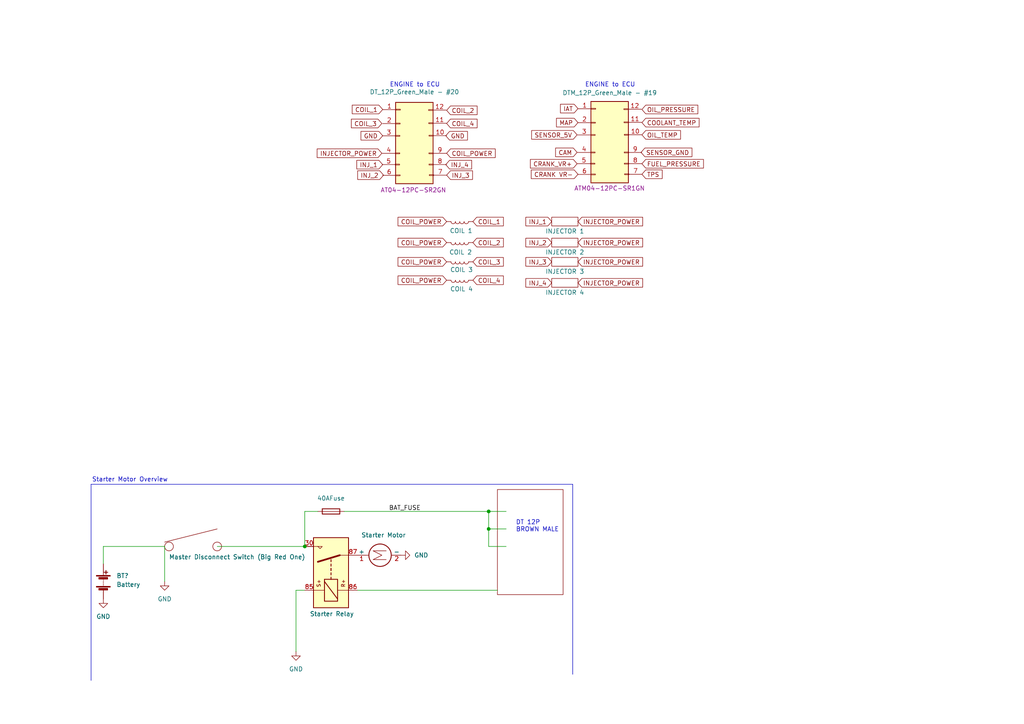
<source format=kicad_sch>
(kicad_sch (version 20230121) (generator eeschema)
  (paper "A4")
  (lib_symbols
    (symbol "Device:Battery" (pin_numbers hide) (pin_names (offset 0) hide)
      (property "Reference" "BT" (at 2.54 2.54 0))
      (property "Value" "Battery" (at 2.54 0 0))
      (symbol "Battery_0_1"
        (rectangle (start -2.032 -1.397) (end 2.032 -1.651) (fill (type outline)))
        (rectangle (start -2.032 1.778) (end 2.032 1.524) (fill (type outline)))
        (rectangle (start -1.3208 -1.9812) (end 1.27 -2.4892) (fill (type outline)))
        (rectangle (start -1.3208 1.1938) (end 1.27 0.6858) (fill (type outline)))
        (polyline (pts (xy 0 -1.524) (xy 0 -1.27)))
        (polyline (pts (xy 0 -1.016) (xy 0 -0.762)))
        (polyline (pts (xy 0 -0.508) (xy 0 -0.254)))
        (polyline (pts (xy 0 0) (xy 0 0.254)))
        (polyline (pts (xy 0 0.508) (xy 0 0.762)))
        (polyline (pts (xy 0 1.778) (xy 0 2.54)))
        (polyline (pts (xy 0.254 2.667) (xy 1.27 2.667)) (stroke (width 0.254)))
        (polyline (pts (xy 0.762 3.175) (xy 0.762 2.159)) (stroke (width 0.254)))
      )
      (symbol "Battery_1_1"
        (pin passive line (at 0 5.08 270) (length 2.54) (name "+") (number "1"))
        (pin passive line (at 0 -5.08 90) (length 2.54) (name "-") (number "2"))
      )
    )
    (symbol "Device:Fuse" (pin_numbers hide) (pin_names (offset 0))
      (property "Reference" "F" (at 2.032 0 90))
      (property "Value" "Fuse" (at -1.905 0 90))
      (symbol "Fuse_0_1"
        (rectangle (start -0.762 -2.54) (end 0.762 2.54) (stroke (width 0.254)))
        (polyline (pts (xy 0 2.54) (xy 0 -2.54)))
      )
      (symbol "Fuse_1_1"
        (pin passive line (at 0 3.81 270) (length 1.27) (name "~") (number "1"))
        (pin passive line (at 0 -3.81 90) (length 1.27) (name "~") (number "2"))
      )
    )
    (symbol "Device:L" (pin_numbers hide) (pin_names (offset 1.016) hide)
      (property "Reference" "L" (at -1.27 0 90))
      (property "Value" "L" (at 1.905 0 90))
      (symbol "L_0_1"
        (arc (start 0 -2.54) (mid 0.6323 -1.905) (end 0 -1.27))
        (arc (start 0 -1.27) (mid 0.6323 -0.635) (end 0 0))
        (arc (start 0 0) (mid 0.6323 0.635) (end 0 1.27))
        (arc (start 0 1.27) (mid 0.6323 1.905) (end 0 2.54))
      )
      (symbol "L_1_1"
        (pin passive line (at 0 3.81 270) (length 1.27) (name "1") (number "1"))
        (pin passive line (at 0 -3.81 90) (length 1.27) (name "2") (number "2"))
      )
    )
    (symbol "Injector_1"
      (property "Reference" "U" (at 0 2.54 0))
      (property "Value" "Injector_1" (at 0 -2.54 0))
      (symbol "Injector_1_0_1"
        (rectangle (start -3.81 1.27) (end 3.81 -1.27))
      )
      (symbol "Injector_1_1_1"
        (pin input line (at -3.81 0 180) (length 0) (name "") (number ""))
        (pin input line (at 3.81 0 0) (length 0) (name "") (number ""))
      )
    )
    (symbol "Motor:Motor_DC" (pin_names (offset 0))
      (property "Reference" "M" (at 2.54 2.54 0))
      (property "Value" "Motor_DC" (at 2.54 -5.08 0))
      (symbol "Motor_DC_0_0"
        (polyline (pts (xy -1.27 -3.302) (xy -1.27 0.508) (xy 0 -2.032) (xy 1.27 0.508) (xy 1.27 -3.302)))
      )
      (symbol "Motor_DC_0_1"
        (circle (center 0 -1.524) (radius 3.2512) (stroke (width 0.254)))
        (polyline (pts (xy 0 -7.62) (xy 0 -7.112)))
        (polyline (pts (xy 0 -4.7752) (xy 0 -5.1816)))
        (polyline (pts (xy 0 1.7272) (xy 0 2.0828)))
        (polyline (pts (xy 0 2.032) (xy 0 2.54)))
      )
      (symbol "Motor_DC_1_1"
        (pin passive line (at 0 5.08 270) (length 2.54) (name "+") (number "1"))
        (pin passive line (at 0 -7.62 90) (length 2.54) (name "-") (number "2"))
      )
    )
    (symbol "SCR23 Library:DT_12_Pin" (pin_names hide)
      (property "Reference" "U" (at 0 14.1224 0))
      (property "Value" "DT_12_Pin" (at 0.0508 -12.7 0))
      (symbol "DT_12_Pin_1_1"
        (rectangle (start -5.2578 -5.4356) (end -3.9878 -5.6896) (stroke (width 0.1524)))
        (rectangle (start -5.207 -2.1844) (end -3.937 -2.4384) (stroke (width 0.1524)))
        (rectangle (start -5.1816 2.8956) (end -3.9116 2.6416) (stroke (width 0.1524)))
        (rectangle (start -5.1308 12.4714) (end 5.715 -11.1252) (stroke (width 0.254)) (fill (type background)))
        (rectangle (start -5.1054 -8.5598) (end -3.8354 -8.8138) (stroke (width 0.1524)))
        (rectangle (start -5.1054 6.4516) (end -3.8354 6.1976) (stroke (width 0.1524)))
        (rectangle (start -5.0292 10.4902) (end -3.7592 10.2362) (stroke (width 0.1524)))
        (rectangle (start 5.6896 10.3632) (end 4.4196 10.1092) (stroke (width 0.1524)))
        (rectangle (start 5.7404 6.5532) (end 4.4704 6.2992) (stroke (width 0.1524)))
        (rectangle (start 5.7912 -2.1844) (end 4.5212 -2.4384) (stroke (width 0.1524)))
        (rectangle (start 5.8166 -5.4356) (end 4.5466 -5.6896) (stroke (width 0.1524)))
        (rectangle (start 5.8166 2.9464) (end 4.5466 2.6924) (stroke (width 0.1524)))
        (rectangle (start 5.8928 -8.509) (end 4.6228 -8.763) (stroke (width 0.1524)))
        (pin passive line (at -8.8392 10.3632 0) (length 3.81) (name "Pin_1") (number "1"))
        (pin passive line (at 9.6266 2.8194 180) (length 3.81) (name "Pin_10") (number "10"))
        (pin passive line (at 9.5504 6.4262 180) (length 3.81) (name "Pin_11") (number "11"))
        (pin passive line (at 9.4996 10.2362 180) (length 3.81) (name "Pin_12") (number "12"))
        (pin passive line (at -8.9154 6.3246 0) (length 3.81) (name "Pin_2") (number "2"))
        (pin passive line (at -8.9916 2.7686 0) (length 3.81) (name "Pin_3") (number "3"))
        (pin passive line (at -9.017 -2.3114 0) (length 3.81) (name "Pin_4") (number "4"))
        (pin passive line (at -9.0678 -5.5626 0) (length 3.81) (name "Pin_5") (number "5"))
        (pin passive line (at -8.9154 -8.6868 0) (length 3.81) (name "Pin_6") (number "6"))
        (pin passive line (at 9.7028 -8.636 180) (length 3.81) (name "Pin_7") (number "7"))
        (pin passive line (at 9.6266 -5.5626 180) (length 3.81) (name "Pin_8") (number "8"))
        (pin passive line (at 9.6012 -2.3114 180) (length 3.81) (name "Pin_9") (number "9"))
      )
    )
    (symbol "SCR23 Library:Relay"
      (property "Reference" "K" (at 3.7465 -11.5697 90))
      (property "Value" "Relay" (at 1.2065 -14.1097 90))
      (symbol "Relay_1_1"
        (polyline (pts (xy -5.1435 4.9403) (xy -1.9685 4.9403)))
        (polyline (pts (xy -2.6035 -5.2197) (xy -5.1435 -5.2197)))
        (polyline (pts (xy -2.6035 -5.2197) (xy 3.7465 -3.3147)) (stroke (width 0.508)))
        (polyline (pts (xy -1.9685 7.4803) (xy 1.8415 2.4003)) (stroke (width 0.254)))
        (polyline (pts (xy -0.0635 -3.3147) (xy -0.0635 -3.9497)) (stroke (width 0.254)))
        (polyline (pts (xy -0.0635 -2.0447) (xy -0.0635 -2.6797)) (stroke (width 0.254)))
        (polyline (pts (xy -0.0635 -0.7747) (xy -0.0635 -1.4097)) (stroke (width 0.254)))
        (polyline (pts (xy -0.0635 -0.7747) (xy -0.0635 -1.4097)) (stroke (width 0.254)))
        (polyline (pts (xy -0.0635 0.4953) (xy -0.0635 -0.1397)) (stroke (width 0.254)))
        (polyline (pts (xy -0.0635 1.7653) (xy -0.0635 1.1303)) (stroke (width 0.254)))
        (polyline (pts (xy 3.7465 -7.7597) (xy 5.0165 -7.7597)))
        (polyline (pts (xy 5.0165 4.9403) (xy 1.8415 4.9403)))
        (polyline (pts (xy 3.7465 -7.7597) (xy 2.4765 -7.7597) (xy 3.1115 -7.1247) (xy 3.7465 -7.7597)))
        (rectangle (start 1.8415 8.1153) (end -1.9685 1.7653) (stroke (width 0.254)))
        (rectangle (start 5.0165 10.0203) (end -5.1435 -10.2997) (stroke (width 0.254)) (fill (type background)))
        (text "R+" (at -3.6195 2.9083 900) (effects (font (size 1.016 1.016))))
        (text "S+" (at 3.4925 2.9083 900) (effects (font (size 1.016 1.016))))
        (pin passive line (at 7.5565 -7.7597 180) (length 2.54) (name "~") (number "30"))
        (pin passive line (at 7.5565 4.9403 180) (length 2.54) (name "~") (number "85"))
        (pin passive line (at -7.6835 4.9403 0) (length 2.54) (name "~") (number "86"))
        (pin passive line (at -7.6835 -5.2197 0) (length 2.54) (name "~") (number "87"))
      )
    )
    (symbol "power:GND" (power) (pin_names (offset 0))
      (property "Value" "GND" (at 0 -3.81 0))
      (symbol "GND_0_1"
        (polyline (pts (xy 0 0) (xy 0 -1.27) (xy 1.27 -1.27) (xy 0 -2.54) (xy -1.27 -1.27) (xy 0 -1.27)))
      )
      (symbol "GND_1_1"
        (pin power_in line (at 0 0 270) (length 0) hide (name "GND") (number "1"))
      )
    )
    (symbol "symbols:Fuse_Box_Connector"
      (property "Reference" "U" (at 0 0 0))
      (property "Value" "Fuse_Box_Connector" (at 0 0 0))
      (symbol "Fuse_Box_Connector_0_1"
        (rectangle (start -13.97 8.89) (end 16.51 -10.16))
      )
    )
    (symbol "symbols:switch"
      (property "Reference" "U" (at 0 0 0))
      (property "Value" "switch" (at 0 0 0))
      (symbol "switch_0_1"
        (circle (center -6.35 0) (radius 1.27))
        (polyline (pts (xy -7.62 1.27) (xy 7.62 5.08)))
        (circle (center 7.62 0) (radius 1.27))
      )
    )
  )
  (junction (at 141.732 153.416))
  (junction (at 141.732 148.336))
  (junction (at 88.392 158.496))
  (wire (pts (xy 47.752 158.496) (xy 47.752 168.656)))
  (wire (pts (xy 88.392 148.336) (xy 92.202 148.336)))
  (wire (pts (xy 103.632 171.196) (xy 144.272 171.196)))
  (polyline (pts (xy 166.116 140.462) (xy 166.116 195.58)))
  (wire (pts (xy 85.852 171.196) (xy 85.852 188.976)))
  (wire (pts (xy 62.992 158.496) (xy 88.392 158.496)))
  (wire (pts (xy 99.822 148.336) (xy 141.732 148.336)))
  (wire (pts (xy 88.392 171.196) (xy 85.852 171.196)))
  (wire (pts (xy 141.732 153.416) (xy 141.732 148.336)))
  (wire (pts (xy 29.972 163.576) (xy 29.972 158.496)))
  (polyline (pts (xy 26.416 140.462) (xy 166.116 140.462)))
  (wire (pts (xy 88.392 148.336) (xy 88.392 158.496)))
  (wire (pts (xy 29.972 158.496) (xy 47.752 158.496)))
  (wire (pts (xy 141.732 148.336) (xy 146.812 148.336)))
  (wire (pts (xy 146.812 158.496) (xy 141.732 158.496)))
  (wire (pts (xy 141.732 158.496) (xy 141.732 153.416)))
  (wire (pts (xy 141.732 153.416) (xy 146.812 153.416)))
  (polyline (pts (xy 26.416 140.462) (xy 26.416 197.358)))
  (text "ENGINE to ECU" (at 113.03 25.4 0) (effects (font (size 1.27 1.27)) (justify left bottom)))
  (text "Starter Motor Overview" (at 26.67 139.954 0) (effects (font (size 1.27 1.27)) (justify left bottom)))
  (text "ENGINE to ECU" (at 169.672 25.4 0) (effects (font (size 1.27 1.27)) (justify left bottom)))
  (text "DT 12P \nBROWN MALE\n\n" (at 149.606 156.464 0) (effects (font (size 1.27 1.27)) (justify left bottom)))
  (label "BAT_FUSE" (at 112.776 148.336 0))
  (global_label "INJ_2" (shape input) (at 111.252 50.8 180) (property "Intersheetrefs" "${INTERSHEET_REFS}" (effects hide)))
  (global_label "COIL_1" (shape input) (at 110.998 31.75 180) (property "Intersheetrefs" "${INTERSHEET_REFS}" (effects hide)))
  (global_label "COIL_POWER" (shape input) (at 129.54 44.45 0) (property "Intersheetrefs" "${INTERSHEET_REFS}" (effects hide)))
  (global_label "GND" (shape input) (at 129.286 39.37 0) (property "Intersheetrefs" "${INTERSHEET_REFS}" (effects hide)))
  (global_label "SENSOR_GND" (shape input) (at 185.928 44.196 0) (property "Intersheetrefs" "${INTERSHEET_REFS}" (effects hide)))
  (global_label "INJ_1" (shape input) (at 110.998 47.752 180) (property "Intersheetrefs" "${INTERSHEET_REFS}" (effects hide)))
  (global_label "INJECTOR_POWER" (shape input) (at 167.64 70.358 0) (property "Intersheetrefs" "${INTERSHEET_REFS}" (effects hide)))
  (global_label "COIL_3" (shape input) (at 137.16 75.946 0) (property "Intersheetrefs" "${INTERSHEET_REFS}" (effects hide)))
  (global_label "COIL_4" (shape input) (at 129.54 35.814 0) (property "Intersheetrefs" "${INTERSHEET_REFS}" (effects hide)))
  (global_label "INJ_4" (shape input) (at 160.02 82.042 180) (property "Intersheetrefs" "${INTERSHEET_REFS}" (effects hide)))
  (global_label "CRANK_VR+" (shape input) (at 167.386 47.498 180) (property "Intersheetrefs" "${INTERSHEET_REFS}" (effects hide)))
  (global_label "COIL_4" (shape input) (at 137.16 81.28 0) (property "Intersheetrefs" "${INTERSHEET_REFS}" (effects hide)))
  (global_label "MAP" (shape input) (at 167.64 35.56 180) (property "Intersheetrefs" "${INTERSHEET_REFS}" (effects hide)))
  (global_label "COIL_POWER" (shape input) (at 129.54 81.28 180) (property "Intersheetrefs" "${INTERSHEET_REFS}" (effects hide)))
  (global_label "INJECTOR_POWER" (shape input) (at 167.64 75.946 0) (property "Intersheetrefs" "${INTERSHEET_REFS}" (effects hide)))
  (global_label "INJ_2" (shape input) (at 160.02 70.358 180) (property "Intersheetrefs" "${INTERSHEET_REFS}" (effects hide)))
  (global_label "COIL_POWER" (shape input) (at 129.54 70.358 180) (property "Intersheetrefs" "${INTERSHEET_REFS}" (effects hide)))
  (global_label "COIL_2" (shape input) (at 137.16 70.358 0) (property "Intersheetrefs" "${INTERSHEET_REFS}" (effects hide)))
  (global_label "OIL_PRESSURE" (shape input) (at 186.182 31.75 0) (property "Intersheetrefs" "${INTERSHEET_REFS}" (effects hide)))
  (global_label "CRANK VR-" (shape input) (at 167.64 50.546 180) (property "Intersheetrefs" "${INTERSHEET_REFS}" (effects hide)))
  (global_label "INJ_4" (shape input) (at 129.286 47.752 0) (property "Intersheetrefs" "${INTERSHEET_REFS}" (effects hide)))
  (global_label "COIL_POWER" (shape input) (at 129.54 64.262 180) (property "Intersheetrefs" "${INTERSHEET_REFS}" (effects hide)))
  (global_label "COIL_3" (shape input) (at 110.744 35.814 180) (property "Intersheetrefs" "${INTERSHEET_REFS}" (effects hide)))
  (global_label "INJ_1" (shape input) (at 160.02 64.262 180) (property "Intersheetrefs" "${INTERSHEET_REFS}" (effects hide)))
  (global_label "OIL_TEMP" (shape input) (at 186.182 39.116 0) (property "Intersheetrefs" "${INTERSHEET_REFS}" (effects hide)))
  (global_label "INJ_3" (shape input) (at 160.02 75.946 180) (property "Intersheetrefs" "${INTERSHEET_REFS}" (effects hide)))
  (global_label "IAT" (shape input) (at 167.64 31.496 180) (property "Intersheetrefs" "${INTERSHEET_REFS}" (effects hide)))
  (global_label "INJ_3" (shape input) (at 129.54 50.8 0) (property "Intersheetrefs" "${INTERSHEET_REFS}" (effects hide)))
  (global_label "SENSOR_5V" (shape input) (at 167.386 39.116 180) (property "Intersheetrefs" "${INTERSHEET_REFS}" (effects hide)))
  (global_label "INJECTOR_POWER" (shape input) (at 167.64 64.262 0) (property "Intersheetrefs" "${INTERSHEET_REFS}" (effects hide)))
  (global_label "COIL_2" (shape input) (at 129.54 32.004 0) (property "Intersheetrefs" "${INTERSHEET_REFS}" (effects hide)))
  (global_label "GND" (shape input) (at 110.998 39.37 180) (property "Intersheetrefs" "${INTERSHEET_REFS}" (effects hide)))
  (global_label "TPS" (shape input) (at 186.182 50.546 0) (property "Intersheetrefs" "${INTERSHEET_REFS}" (effects hide)))
  (global_label "COIL_1" (shape input) (at 137.16 64.262 0) (property "Intersheetrefs" "${INTERSHEET_REFS}" (effects hide)))
  (global_label "INJECTOR_POWER" (shape input) (at 110.744 44.45 180) (property "Intersheetrefs" "${INTERSHEET_REFS}" (effects hide)))
  (global_label "COOLANT_TEMP" (shape input) (at 186.182 35.56 0) (property "Intersheetrefs" "${INTERSHEET_REFS}" (effects hide)))
  (global_label "FUEL_PRESSURE" (shape input) (at 186.182 47.498 0) (property "Intersheetrefs" "${INTERSHEET_REFS}" (effects hide)))
  (global_label "CAM" (shape input) (at 167.386 44.196 180) (property "Intersheetrefs" "${INTERSHEET_REFS}" (effects hide)))
  (global_label "COIL_POWER" (shape input) (at 129.54 75.946 180) (property "Intersheetrefs" "${INTERSHEET_REFS}" (effects hide)))
  (global_label "INJECTOR_POWER" (shape input) (at 167.64 82.042 0) (property "Intersheetrefs" "${INTERSHEET_REFS}" (effects hide)))
  (symbol (lib_name "Injector_1") (lib_id "SCR23 Library:Injector") (at 163.83 82.042 0) (unit 1)
    (property "Reference" "U?" (effects hide))
    (property "Value" "INJECTOR 4" (at 163.83 84.836 0))
  )
  (symbol (lib_id "SCR23 Library:DT_12_Pin") (at 119.888 42.164 0) (unit 1)
    (property "Reference" "U?" (effects hide))
    (property "Value" "DT_12P_Green_Male - #20" (at 120.2055 26.67 0))
    (property "Part #" "AT04-12PC-SR2GN" (at 119.888 55.118 0))
  )
  (symbol (lib_id "Device:Battery") (at 29.972 168.656 0) (unit 1)
    (property "Reference" "BT?" (at 33.782 167.0049 0) (effects (justify left)))
    (property "Value" "Battery" (at 33.782 169.5449 0) (effects (justify left)))
  )
  (symbol (lib_name "Injector_1") (lib_id "SCR23 Library:Injector") (at 163.83 64.262 0) (unit 1)
    (property "Reference" "U?" (effects hide))
    (property "Value" "INJECTOR 1" (at 163.83 67.056 0))
  )
  (symbol (lib_id "SCR23 Library:DT_12_Pin") (at 176.53 41.91 0) (unit 1)
    (property "Reference" "U?" (effects hide))
    (property "Value" "DTM_12P_Green_Male - #19" (at 176.8475 26.924 0))
    (property "Part #" "ATM04-12PC-SR1GN" (at 176.784 54.61 0))
  )
  (symbol (lib_id "power:GND") (at 29.972 173.736 0) (unit 1)
    (property "Reference" "#PWR?" (effects hide))
    (property "Value" "GND" (at 29.972 178.816 0))
  )
  (symbol (lib_id "SCR23 Library:Relay") (at 95.9485 166.2557 180) (unit 1)
    (property "Reference" "K?" (effects hide))
    (property "Value" "Starter Relay" (at 96.266 178.054 0))
  )
  (symbol (lib_id "power:GND") (at 85.852 188.976 0) (unit 1)
    (property "Reference" "#PWR?" (effects hide))
    (property "Value" "GND" (at 85.852 194.056 0))
  )
  (symbol (lib_id "Device:L") (at 133.35 75.946 270) (unit 1)
    (property "Reference" "L?" (effects hide))
    (property "Value" "COIL 3" (at 130.556 78.232 90) (effects (justify left)))
  )
  (symbol (lib_name "Injector_1") (lib_id "SCR23 Library:Injector") (at 163.83 70.358 0) (unit 1)
    (property "Reference" "U?" (effects hide))
    (property "Value" "INJECTOR 2" (at 163.83 73.152 0))
  )
  (symbol (lib_id "Motor:Motor_DC") (at 108.712 161.036 90) (unit 1)
    (property "Reference" "M?" (effects hide))
    (property "Value" "Starter Motor" (at 111.252 155.194 90))
  )
  (symbol (lib_id "Device:L") (at 133.35 81.28 270) (unit 1)
    (property "Reference" "L?" (effects hide))
    (property "Value" "COIL 4" (at 130.556 83.82 90) (effects (justify left)))
  )
  (symbol (lib_id "symbols:Fuse_Box_Connector") (at 154.432 155.956 270) (unit 1)
    (property "Reference" "U?" (effects hide))
    (property "Value" "Fuse_Box_Connector" (effects hide))
  )
  (symbol (lib_name "Injector_1") (lib_id "SCR23 Library:Injector") (at 163.83 75.946 0) (unit 1)
    (property "Reference" "U?" (effects hide))
    (property "Value" "INJECTOR 3" (at 163.83 78.74 0))
  )
  (symbol (lib_id "symbols:switch") (at 55.372 158.496 0) (unit 1)
    (property "Reference" "U?" (effects hide))
    (property "Value" "Master Disconnect Switch (Big Red One)" (at 49.022 161.544 0) (effects (justify left)))
  )
  (symbol (lib_id "power:GND") (at 47.752 168.656 0) (unit 1)
    (property "Reference" "#PWR?" (effects hide))
    (property "Value" "GND" (at 47.752 173.736 0))
  )
  (symbol (lib_id "Device:L") (at 133.35 64.262 270) (unit 1)
    (property "Reference" "L?" (effects hide))
    (property "Value" "COIL 1" (at 130.429 66.929 90) (effects (justify left)))
  )
  (symbol (lib_id "power:GND") (at 116.332 161.036 90) (unit 1)
    (property "Reference" "#PWR?" (effects hide))
    (property "Value" "GND" (at 120.142 161.0359 90) (effects (justify right)))
  )
  (symbol (lib_id "Device:Fuse") (at 96.012 148.336 270) (unit 1)
    (property "Reference" "F?" (effects hide))
    (property "Value" "40AFuse" (at 96.012 144.526 90))
  )
  (symbol (lib_id "Device:L") (at 133.35 70.358 270) (unit 1)
    (property "Reference" "L?" (effects hide))
    (property "Value" "COIL 2" (at 133.604 73.152 90))
  )
)
</source>
